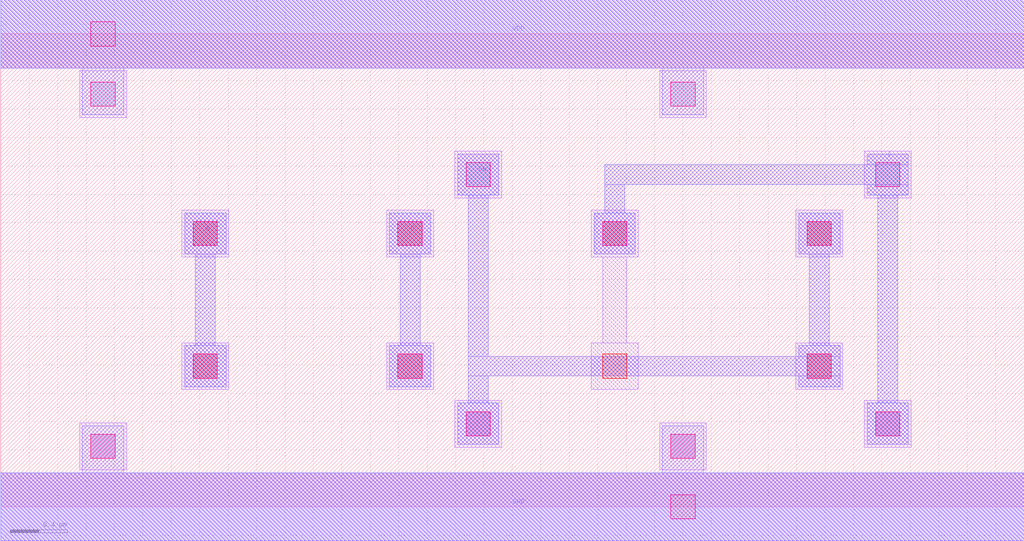
<source format=lef>
MACRO ASYNC2
 CLASS CORE ;
 FOREIGN ASYNC2 0 0 ;
 SIZE 7.2 BY 3.33 ;
 ORIGIN 0 0 ;
 SYMMETRY X Y R90 ;
 SITE unit ;
  PIN VDD
   DIRECTION INOUT ;
   USE POWER ;
   SHAPE ABUTMENT ;
    PORT
     CLASS CORE ;
       LAYER li1 ;
        RECT 0.00000000 3.09000000 7.20000000 3.57000000 ;
       LAYER met1 ;
        RECT 0.00000000 3.09000000 7.20000000 3.57000000 ;
    END
  END VDD

  PIN GND
   DIRECTION INOUT ;
   USE POWER ;
   SHAPE ABUTMENT ;
    PORT
     CLASS CORE ;
       LAYER li1 ;
        RECT 0.00000000 -0.24000000 7.20000000 0.24000000 ;
       LAYER met1 ;
        RECT 0.00000000 -0.24000000 7.20000000 0.24000000 ;
    END
  END GND

  PIN CN
   DIRECTION INOUT ;
   USE SIGNAL ;
   SHAPE ABUTMENT ;
    PORT
     CLASS CORE ;
       LAYER met1 ;
        RECT 3.21500000 0.44000000 3.50500000 0.73000000 ;
        RECT 3.29000000 0.73000000 3.43000000 0.92000000 ;
        RECT 5.61500000 0.84500000 5.90500000 0.92000000 ;
        RECT 3.29000000 0.92000000 5.90500000 1.06000000 ;
        RECT 5.61500000 1.06000000 5.90500000 1.13500000 ;
        RECT 5.69000000 1.13500000 5.83000000 1.78000000 ;
        RECT 5.61500000 1.78000000 5.90500000 2.07000000 ;
        RECT 3.29000000 1.06000000 3.43000000 2.19500000 ;
        RECT 3.21500000 2.19500000 3.50500000 2.48500000 ;
    END
  END CN

  PIN C
   DIRECTION INOUT ;
   USE SIGNAL ;
   SHAPE ABUTMENT ;
    PORT
     CLASS CORE ;
       LAYER met1 ;
        RECT 6.09500000 0.44000000 6.38500000 0.73000000 ;
        RECT 4.17500000 1.78000000 4.46500000 2.07000000 ;
        RECT 6.17000000 0.73000000 6.31000000 2.19500000 ;
        RECT 4.25000000 2.07000000 4.39000000 2.27000000 ;
        RECT 6.09500000 2.19500000 6.38500000 2.27000000 ;
        RECT 4.25000000 2.27000000 6.38500000 2.41000000 ;
        RECT 6.09500000 2.41000000 6.38500000 2.48500000 ;
    END
  END C

  PIN A
   DIRECTION INOUT ;
   USE SIGNAL ;
   SHAPE ABUTMENT ;
    PORT
     CLASS CORE ;
       LAYER met1 ;
        RECT 1.29500000 0.84500000 1.58500000 1.13500000 ;
        RECT 1.37000000 1.13500000 1.51000000 1.78000000 ;
        RECT 1.29500000 1.78000000 1.58500000 2.07000000 ;
    END
  END A

  PIN B
   DIRECTION INOUT ;
   USE SIGNAL ;
   SHAPE ABUTMENT ;
    PORT
     CLASS CORE ;
       LAYER met1 ;
        RECT 2.73500000 0.84500000 3.02500000 1.13500000 ;
        RECT 2.81000000 1.13500000 2.95000000 1.78000000 ;
        RECT 2.73500000 1.78000000 3.02500000 2.07000000 ;
    END
  END B

 OBS
    LAYER polycont ;
     RECT 1.35500000 0.90500000 1.52500000 1.07500000 ;
     RECT 2.79500000 0.90500000 2.96500000 1.07500000 ;
     RECT 4.23500000 0.90500000 4.40500000 1.07500000 ;
     RECT 5.67500000 0.90500000 5.84500000 1.07500000 ;
     RECT 1.35500000 1.84000000 1.52500000 2.01000000 ;
     RECT 2.79500000 1.84000000 2.96500000 2.01000000 ;
     RECT 4.23500000 1.84000000 4.40500000 2.01000000 ;
     RECT 5.67500000 1.84000000 5.84500000 2.01000000 ;

    LAYER pdiffc ;
     RECT 3.27500000 2.25500000 3.44500000 2.42500000 ;
     RECT 6.15500000 2.25500000 6.32500000 2.42500000 ;
     RECT 0.63500000 2.82000000 0.80500000 2.99000000 ;
     RECT 4.71500000 2.82000000 4.88500000 2.99000000 ;

    LAYER ndiffc ;
     RECT 0.63500000 0.34000000 0.80500000 0.51000000 ;
     RECT 4.71500000 0.34000000 4.88500000 0.51000000 ;
     RECT 3.27500000 0.50000000 3.44500000 0.67000000 ;
     RECT 6.15500000 0.50000000 6.32500000 0.67000000 ;

    LAYER li1 ;
     RECT 0.00000000 -0.24000000 7.20000000 0.24000000 ;
     RECT 0.55500000 0.26000000 0.88500000 0.59000000 ;
     RECT 4.63500000 0.26000000 4.96500000 0.59000000 ;
     RECT 3.19500000 0.42000000 3.52500000 0.75000000 ;
     RECT 6.07500000 0.42000000 6.40500000 0.75000000 ;
     RECT 1.27500000 0.82500000 1.60500000 1.15500000 ;
     RECT 2.71500000 0.82500000 3.04500000 1.15500000 ;
     RECT 5.59500000 0.82500000 5.92500000 1.15500000 ;
     RECT 1.27500000 1.76000000 1.60500000 2.09000000 ;
     RECT 2.71500000 1.76000000 3.04500000 2.09000000 ;
     RECT 4.15500000 0.82500000 4.48500000 1.15500000 ;
     RECT 4.23500000 1.15500000 4.40500000 1.76000000 ;
     RECT 4.15500000 1.76000000 4.48500000 2.09000000 ;
     RECT 5.59500000 1.76000000 5.92500000 2.09000000 ;
     RECT 3.19500000 2.17500000 3.52500000 2.50500000 ;
     RECT 6.07500000 2.17500000 6.40500000 2.50500000 ;
     RECT 0.55500000 2.74000000 0.88500000 3.07000000 ;
     RECT 4.63500000 2.74000000 4.96500000 3.07000000 ;
     RECT 0.00000000 3.09000000 7.20000000 3.57000000 ;

    LAYER viali ;
     RECT 4.71500000 -0.08500000 4.88500000 0.08500000 ;
     RECT 0.63500000 0.34000000 0.80500000 0.51000000 ;
     RECT 4.71500000 0.34000000 4.88500000 0.51000000 ;
     RECT 3.27500000 0.50000000 3.44500000 0.67000000 ;
     RECT 6.15500000 0.50000000 6.32500000 0.67000000 ;
     RECT 1.35500000 0.90500000 1.52500000 1.07500000 ;
     RECT 2.79500000 0.90500000 2.96500000 1.07500000 ;
     RECT 5.67500000 0.90500000 5.84500000 1.07500000 ;
     RECT 1.35500000 1.84000000 1.52500000 2.01000000 ;
     RECT 2.79500000 1.84000000 2.96500000 2.01000000 ;
     RECT 4.23500000 1.84000000 4.40500000 2.01000000 ;
     RECT 5.67500000 1.84000000 5.84500000 2.01000000 ;
     RECT 3.27500000 2.25500000 3.44500000 2.42500000 ;
     RECT 6.15500000 2.25500000 6.32500000 2.42500000 ;
     RECT 0.63500000 2.82000000 0.80500000 2.99000000 ;
     RECT 4.71500000 2.82000000 4.88500000 2.99000000 ;
     RECT 0.63500000 3.24500000 0.80500000 3.41500000 ;

    LAYER met1 ;
     RECT 0.00000000 -0.24000000 7.20000000 0.24000000 ;
     RECT 0.57500000 0.24000000 0.86500000 0.57000000 ;
     RECT 4.65500000 0.24000000 4.94500000 0.57000000 ;
     RECT 1.29500000 0.84500000 1.58500000 1.13500000 ;
     RECT 1.37000000 1.13500000 1.51000000 1.78000000 ;
     RECT 1.29500000 1.78000000 1.58500000 2.07000000 ;
     RECT 2.73500000 0.84500000 3.02500000 1.13500000 ;
     RECT 2.81000000 1.13500000 2.95000000 1.78000000 ;
     RECT 2.73500000 1.78000000 3.02500000 2.07000000 ;
     RECT 3.21500000 0.44000000 3.50500000 0.73000000 ;
     RECT 3.29000000 0.73000000 3.43000000 0.92000000 ;
     RECT 5.61500000 0.84500000 5.90500000 0.92000000 ;
     RECT 3.29000000 0.92000000 5.90500000 1.06000000 ;
     RECT 5.61500000 1.06000000 5.90500000 1.13500000 ;
     RECT 5.69000000 1.13500000 5.83000000 1.78000000 ;
     RECT 5.61500000 1.78000000 5.90500000 2.07000000 ;
     RECT 3.29000000 1.06000000 3.43000000 2.19500000 ;
     RECT 3.21500000 2.19500000 3.50500000 2.48500000 ;
     RECT 6.09500000 0.44000000 6.38500000 0.73000000 ;
     RECT 4.17500000 1.78000000 4.46500000 2.07000000 ;
     RECT 6.17000000 0.73000000 6.31000000 2.19500000 ;
     RECT 4.25000000 2.07000000 4.39000000 2.27000000 ;
     RECT 6.09500000 2.19500000 6.38500000 2.27000000 ;
     RECT 4.25000000 2.27000000 6.38500000 2.41000000 ;
     RECT 6.09500000 2.41000000 6.38500000 2.48500000 ;
     RECT 0.57500000 2.76000000 0.86500000 3.09000000 ;
     RECT 4.65500000 2.76000000 4.94500000 3.09000000 ;
     RECT 0.00000000 3.09000000 7.20000000 3.57000000 ;

 END
END ASYNC2

</source>
